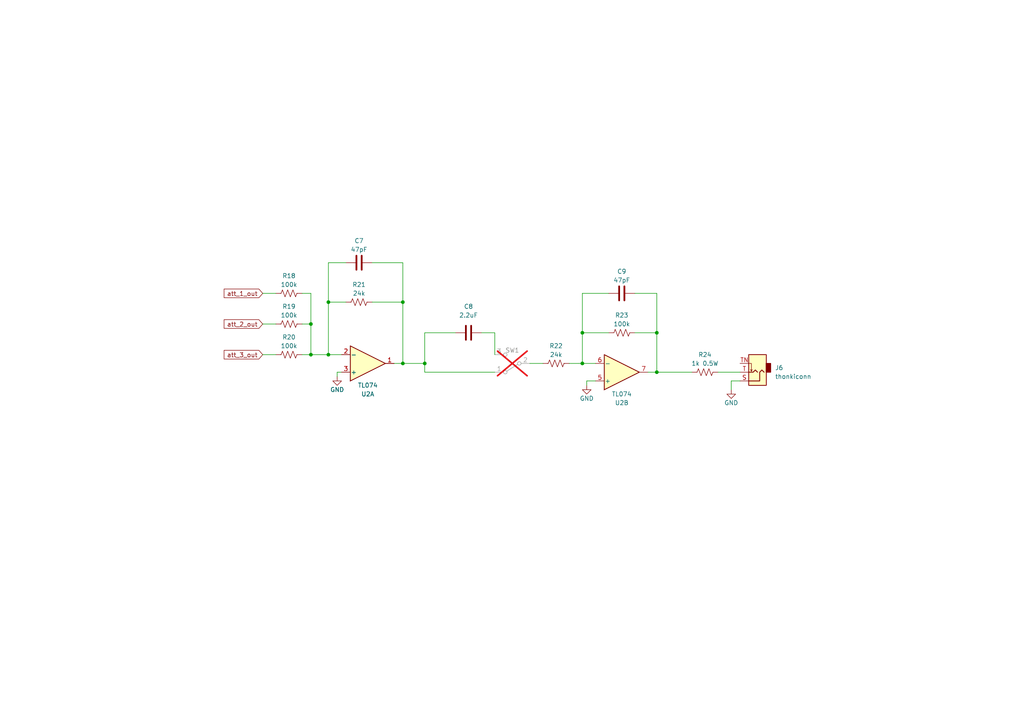
<source format=kicad_sch>
(kicad_sch (version 20231120) (generator "eeschema") (generator_version "8.0")
  (paper "A4")
  (lib_symbols
    (symbol "power:GND" (power) (pin_names (offset 0))
      (property "Value" "GND" (at 0 -3.81 0))
      (symbol "GND_0_1"
        (polyline (pts (xy 0 0) (xy 0 -1.27) (xy 1.27 -1.27) (xy 0 -2.54) (xy -1.27 -1.27) (xy 0 -1.27)))
      )
      (symbol "GND_1_1"
        (pin power_in line (at 0 0 270) (length 0) hide (name "GND") (number "1"))
      )
    )
    (symbol "synth:CAP_2.2UF_FILM" (pin_numbers hide) (pin_names (offset 0.254))
      (property "Reference" "C" (at 0.635 2.54 0))
      (property "Value" "2.2uF" (at 0.635 -2.54 0))
      (symbol "CAP_2.2UF_FILM_0_1"
        (polyline (pts (xy -2.032 -0.762) (xy 2.032 -0.762)) (stroke (width 0.508)))
        (polyline (pts (xy -2.032 0.762) (xy 2.032 0.762)) (stroke (width 0.508)))
      )
      (symbol "CAP_2.2UF_FILM_1_1"
        (pin passive line (at 0 3.81 270) (length 2.794) (name "~") (number "1"))
        (pin passive line (at 0 -3.81 90) (length 2.794) (name "~") (number "2"))
      )
    )
    (symbol "synthesis:CAP_47PF_0603_COG" (pin_numbers hide) (pin_names (offset 0.254))
      (property "Reference" "C" (at 0.635 2.54 0))
      (property "Value" "47pF" (at 0.635 -2.54 0))
      (symbol "CAP_47PF_0603_COG_0_1"
        (polyline (pts (xy -2.032 -0.762) (xy 2.032 -0.762)) (stroke (width 0.508)))
        (polyline (pts (xy -2.032 0.762) (xy 2.032 0.762)) (stroke (width 0.508)))
      )
      (symbol "CAP_47PF_0603_COG_1_1"
        (pin passive line (at 0 3.81 270) (length 2.794) (name "~") (number "1"))
        (pin passive line (at 0 -3.81 90) (length 2.794) (name "~") (number "2"))
      )
    )
    (symbol "synthesis:RES_100k_0603" (pin_numbers hide) (pin_names (offset 0))
      (property "Reference" "R" (at 2.54 0 90))
      (property "Value" "100k" (at -2.54 0 90))
      (symbol "RES_100k_0603_0_1"
        (polyline (pts (xy 0 -2.286) (xy 0 -2.54)))
        (polyline (pts (xy 0 2.286) (xy 0 2.54)))
        (polyline (pts (xy 0 -0.762) (xy 1.016 -1.143) (xy 0 -1.524) (xy -1.016 -1.905) (xy 0 -2.286)))
        (polyline (pts (xy 0 0.762) (xy 1.016 0.381) (xy 0 0) (xy -1.016 -0.381) (xy 0 -0.762)))
        (polyline (pts (xy 0 2.286) (xy 1.016 1.905) (xy 0 1.524) (xy -1.016 1.143) (xy 0 0.762)))
      )
      (symbol "RES_100k_0603_1_1"
        (pin passive line (at 0 3.81 270) (length 1.27) (name "~") (number "1"))
        (pin passive line (at 0 -3.81 90) (length 1.27) (name "~") (number "2"))
      )
    )
    (symbol "synthesis:RES_1K_1210" (pin_numbers hide) (pin_names (offset 0))
      (property "Reference" "R" (at 2.54 0 90))
      (property "Value" "1k 0.5W" (at -2.54 0 90))
      (symbol "RES_1K_1210_0_1"
        (polyline (pts (xy 0 -2.286) (xy 0 -2.54)))
        (polyline (pts (xy 0 2.286) (xy 0 2.54)))
        (polyline (pts (xy 0 -0.762) (xy 1.016 -1.143) (xy 0 -1.524) (xy -1.016 -1.905) (xy 0 -2.286)))
        (polyline (pts (xy 0 0.762) (xy 1.016 0.381) (xy 0 0) (xy -1.016 -0.381) (xy 0 -0.762)))
        (polyline (pts (xy 0 2.286) (xy 1.016 1.905) (xy 0 1.524) (xy -1.016 1.143) (xy 0 0.762)))
      )
      (symbol "RES_1K_1210_1_1"
        (pin passive line (at 0 3.81 270) (length 1.27) (name "~") (number "1"))
        (pin passive line (at 0 -3.81 90) (length 1.27) (name "~") (number "2"))
      )
    )
    (symbol "synthesis:RES_24K_0603" (pin_numbers hide) (pin_names (offset 0))
      (property "Reference" "R" (at 2.54 0 90))
      (property "Value" "24k" (at -2.54 0 90))
      (symbol "RES_24K_0603_0_1"
        (polyline (pts (xy 0 -2.286) (xy 0 -2.54)))
        (polyline (pts (xy 0 2.286) (xy 0 2.54)))
        (polyline (pts (xy 0 -0.762) (xy 1.016 -1.143) (xy 0 -1.524) (xy -1.016 -1.905) (xy 0 -2.286)))
        (polyline (pts (xy 0 0.762) (xy 1.016 0.381) (xy 0 0) (xy -1.016 -0.381) (xy 0 -0.762)))
        (polyline (pts (xy 0 2.286) (xy 1.016 1.905) (xy 0 1.524) (xy -1.016 1.143) (xy 0 0.762)))
      )
      (symbol "RES_24K_0603_1_1"
        (pin passive line (at 0 3.81 270) (length 1.27) (name "~") (number "1"))
        (pin passive line (at 0 -3.81 90) (length 1.27) (name "~") (number "2"))
      )
    )
    (symbol "synthesis:SW_ON_ON_SPDT_MINI" (pin_names (offset 0) hide)
      (property "Reference" "SW" (at 0 4.318 0))
      (symbol "SW_ON_ON_SPDT_MINI_0_0"
        (circle (center -2.032 0) (radius 0.508))
        (circle (center 2.032 -2.54) (radius 0.508))
      )
      (symbol "SW_ON_ON_SPDT_MINI_0_1"
        (polyline (pts (xy -1.524 0.254) (xy 1.651 2.286)))
        (circle (center 2.032 2.54) (radius 0.508))
      )
      (symbol "SW_ON_ON_SPDT_MINI_1_1"
        (pin passive line (at 5.08 2.54 180) (length 2.54) (name "A") (number "1"))
        (pin passive line (at -5.08 0 0) (length 2.54) (name "B") (number "2"))
        (pin passive line (at 5.08 -2.54 180) (length 2.54) (name "C") (number "3"))
      )
    )
    (symbol "synthesis:TL074" (pin_names (offset 0.127))
      (property "Reference" "U" (at 0 5.08 0))
      (property "Value" "TL074" (at 0 -5.08 0))
      (symbol "TL074_1_1"
        (polyline (pts (xy -5.08 5.08) (xy 5.08 0) (xy -5.08 -5.08) (xy -5.08 5.08)) (stroke (width 0.254)) (fill (type background)))
        (pin output line (at 7.62 0 180) (length 2.54) (name "~") (number "1"))
        (pin input line (at -7.62 -2.54 0) (length 2.54) (name "-") (number "2"))
        (pin input line (at -7.62 2.54 0) (length 2.54) (name "+") (number "3"))
      )
      (symbol "TL074_2_1"
        (polyline (pts (xy -5.08 5.08) (xy 5.08 0) (xy -5.08 -5.08) (xy -5.08 5.08)) (stroke (width 0.254)) (fill (type background)))
        (pin input line (at -7.62 2.54 0) (length 2.54) (name "+") (number "5"))
        (pin input line (at -7.62 -2.54 0) (length 2.54) (name "-") (number "6"))
        (pin output line (at 7.62 0 180) (length 2.54) (name "~") (number "7"))
      )
      (symbol "TL074_3_1"
        (polyline (pts (xy -5.08 5.08) (xy 5.08 0) (xy -5.08 -5.08) (xy -5.08 5.08)) (stroke (width 0.254)) (fill (type background)))
        (pin input line (at -7.62 2.54 0) (length 2.54) (name "+") (number "10"))
        (pin output line (at 7.62 0 180) (length 2.54) (name "~") (number "8"))
        (pin input line (at -7.62 -2.54 0) (length 2.54) (name "-") (number "9"))
      )
      (symbol "TL074_4_1"
        (polyline (pts (xy -5.08 5.08) (xy 5.08 0) (xy -5.08 -5.08) (xy -5.08 5.08)) (stroke (width 0.254)) (fill (type background)))
        (pin input line (at -7.62 2.54 0) (length 2.54) (name "+") (number "12"))
        (pin input line (at -7.62 -2.54 0) (length 2.54) (name "-") (number "13"))
        (pin output line (at 7.62 0 180) (length 2.54) (name "~") (number "14"))
      )
      (symbol "TL074_5_1"
        (pin power_in line (at -2.54 -7.62 90) (length 3.81) (name "V-") (number "11"))
        (pin power_in line (at -2.54 7.62 270) (length 3.81) (name "V+") (number "4"))
      )
    )
    (symbol "synthesis:thonkiconn"
      (property "Reference" "J" (at 0 8.89 0))
      (property "Value" "thonkiconn" (at 0 6.35 0))
      (symbol "thonkiconn_0_1"
        (rectangle (start -2.54 0) (end -3.81 -2.54) (stroke (width 0.254)) (fill (type outline)))
        (rectangle (start -2.54 3.81) (end 2.54 -5.08) (stroke (width 0.254)) (fill (type background)))
        (polyline (pts (xy 1.778 -0.254) (xy 2.032 -0.762)))
        (polyline (pts (xy 0 0) (xy 0.635 -0.635) (xy 1.27 0) (xy 2.54 0)) (stroke (width 0.254)))
        (polyline (pts (xy 2.54 -2.54) (xy 1.778 -2.54) (xy 1.778 -0.254) (xy 1.524 -0.762)))
        (polyline (pts (xy 2.54 2.54) (xy -0.635 2.54) (xy -0.635 0) (xy -1.27 -0.635) (xy -1.905 0)) (stroke (width 0.254)))
      )
      (symbol "thonkiconn_1_1"
        (pin passive line (at 5.08 2.54 180) (length 2.54) (name "~") (number "S"))
        (pin passive line (at 5.08 0 180) (length 2.54) (name "~") (number "T"))
        (pin passive line (at 5.08 -2.54 180) (length 2.54) (name "~") (number "TN"))
      )
    )
  )
  (junction (at 123.19 105.41))
  (junction (at 116.84 87.63))
  (junction (at 116.84 105.41))
  (junction (at 190.5 96.52))
  (junction (at 95.25 102.87))
  (junction (at 90.17 102.87))
  (junction (at 190.5 107.95))
  (junction (at 95.25 87.63))
  (junction (at 90.17 93.98))
  (junction (at 168.91 96.52))
  (junction (at 168.91 105.41))
  (wire (pts (xy 76.2 93.98) (xy 80.01 93.98)))
  (wire (pts (xy 87.63 102.87) (xy 90.17 102.87)))
  (wire (pts (xy 153.67 105.41) (xy 157.48 105.41)))
  (wire (pts (xy 76.2 85.09) (xy 80.01 85.09)))
  (wire (pts (xy 190.5 85.09) (xy 190.5 96.52)))
  (wire (pts (xy 168.91 96.52) (xy 168.91 105.41)))
  (wire (pts (xy 212.09 110.49) (xy 214.63 110.49)))
  (wire (pts (xy 123.19 96.52) (xy 132.08 96.52)))
  (wire (pts (xy 95.25 102.87) (xy 95.25 87.63)))
  (wire (pts (xy 123.19 107.95) (xy 123.19 105.41)))
  (wire (pts (xy 95.25 87.63) (xy 100.33 87.63)))
  (wire (pts (xy 208.28 107.95) (xy 214.63 107.95)))
  (wire (pts (xy 116.84 76.2) (xy 116.84 87.63)))
  (wire (pts (xy 116.84 105.41) (xy 123.19 105.41)))
  (wire (pts (xy 176.53 85.09) (xy 168.91 85.09)))
  (wire (pts (xy 100.33 76.2) (xy 95.25 76.2)))
  (wire (pts (xy 212.09 113.03) (xy 212.09 110.49)))
  (wire (pts (xy 184.15 96.52) (xy 190.5 96.52)))
  (wire (pts (xy 90.17 85.09) (xy 90.17 93.98)))
  (wire (pts (xy 87.63 93.98) (xy 90.17 93.98)))
  (wire (pts (xy 190.5 96.52) (xy 190.5 107.95)))
  (wire (pts (xy 168.91 105.41) (xy 172.72 105.41)))
  (wire (pts (xy 170.18 110.49) (xy 172.72 110.49)))
  (wire (pts (xy 95.25 102.87) (xy 99.06 102.87)))
  (wire (pts (xy 90.17 102.87) (xy 95.25 102.87)))
  (wire (pts (xy 143.51 96.52) (xy 143.51 102.87)))
  (wire (pts (xy 190.5 107.95) (xy 187.96 107.95)))
  (wire (pts (xy 90.17 93.98) (xy 90.17 102.87)))
  (wire (pts (xy 143.51 107.95) (xy 123.19 107.95)))
  (wire (pts (xy 107.95 87.63) (xy 116.84 87.63)))
  (wire (pts (xy 190.5 107.95) (xy 200.66 107.95)))
  (wire (pts (xy 184.15 85.09) (xy 190.5 85.09)))
  (wire (pts (xy 123.19 105.41) (xy 123.19 96.52)))
  (wire (pts (xy 168.91 85.09) (xy 168.91 96.52)))
  (wire (pts (xy 97.79 107.95) (xy 99.06 107.95)))
  (wire (pts (xy 76.2 102.87) (xy 80.01 102.87)))
  (wire (pts (xy 107.95 76.2) (xy 116.84 76.2)))
  (wire (pts (xy 139.7 96.52) (xy 143.51 96.52)))
  (wire (pts (xy 97.79 109.22) (xy 97.79 107.95)))
  (wire (pts (xy 176.53 96.52) (xy 168.91 96.52)))
  (wire (pts (xy 87.63 85.09) (xy 90.17 85.09)))
  (wire (pts (xy 95.25 76.2) (xy 95.25 87.63)))
  (wire (pts (xy 170.18 111.76) (xy 170.18 110.49)))
  (wire (pts (xy 116.84 105.41) (xy 114.3 105.41)))
  (wire (pts (xy 116.84 87.63) (xy 116.84 105.41)))
  (wire (pts (xy 165.1 105.41) (xy 168.91 105.41)))
  (global_label "att_1_out" (shape input) (at 76.2 85.09 180) (property "Intersheetrefs" "${INTERSHEET_REFS}" (effects (hide yes))))
  (global_label "att_3_out" (shape input) (at 76.2 102.87 180) (property "Intersheetrefs" "${INTERSHEET_REFS}" (effects (hide yes))))
  (global_label "att_2_out" (shape input) (at 76.2 93.98 180) (property "Intersheetrefs" "${INTERSHEET_REFS}" (effects (hide yes))))
  (symbol (lib_id "power:GND") (at 170.18 111.76 0) (unit 1)
    (property "Reference" "#PWR019" (effects (hide yes)))
    (property "Value" "GND" (at 170.18 115.57 0))
  )
  (symbol (lib_id "synthesis:TL074") (at 180.34 107.95 0) (mirror x) (unit 2)
    (property "Reference" "U2" (at 180.34 116.84 0))
    (property "Value" "TL074" (at 180.34 114.3 0))
    (property "Footprint" "Package_SO:TSSOP-14_4.4x5mm_P0.65mm" (effects (hide yes)))
    (property "Datasheet" "http://www.ti.com/lit/ds/symlink/lm2902-n.pdf" (effects (hide yes)))
    (property "MFR" "TI" (effects (hide yes)))
    (property "MPN" "TL074CPWR" (effects (hide yes)))
    (property "LCSC" "C96507" (effects (hide yes)))
  )
  (symbol (lib_id "synthesis:TL074") (at 106.68 105.41 0) (mirror x) (unit 1)
    (property "Reference" "U2" (at 106.68 114.3 0))
    (property "Value" "TL074" (at 106.68 111.76 0))
    (property "Footprint" "Package_SO:TSSOP-14_4.4x5mm_P0.65mm" (effects (hide yes)))
    (property "Datasheet" "http://www.ti.com/lit/ds/symlink/lm2902-n.pdf" (effects (hide yes)))
    (property "MFR" "TI" (effects (hide yes)))
    (property "MPN" "TL074CPWR" (effects (hide yes)))
    (property "LCSC" "C96507" (effects (hide yes)))
  )
  (symbol (lib_id "synthesis:CAP_47PF_0603_COG") (at 180.34 85.09 90) (unit 1)
    (property "Reference" "C9" (at 180.34 78.74 90))
    (property "Value" "47pF" (at 180.34 81.28 90))
    (property "Footprint" "Capacitor_SMD:C_0603_1608Metric" (effects (hide yes)))
    (property "MFR" "YAGEO" (effects (hide yes)))
    (property "MPN" "CC0603JRNPO9BN470" (effects (hide yes)))
    (property "LCSC" "C105622" (effects (hide yes)))
  )
  (symbol (lib_id "synthesis:RES_100k_0603") (at 83.82 102.87 90) (unit 1)
    (property "Reference" "R20" (at 83.82 97.79 90))
    (property "Value" "100k" (at 83.82 100.33 90))
    (property "Footprint" "Resistor_SMD:R_0603_1608Metric" (effects (hide yes)))
    (property "MFR" "RC0603FR-07100KL" (effects (hide yes)))
    (property "MPN" "RC0603FR-07100KL" (effects (hide yes)))
    (property "LCSC" "C14675" (effects (hide yes)))
  )
  (symbol (lib_id "synth:CAP_2.2UF_FILM") (at 135.89 96.52 90) (unit 1)
    (property "Reference" "C8" (at 135.89 88.9 90))
    (property "Value" "2.2uF" (at 135.89 91.44 90))
    (property "Footprint" "Capacitor_THT:C_Rect_L7.2mm_W4.5mm_P5.00mm_FKS2_FKP2_MKS2_MKP2" (effects (hide yes)))
    (property "Description" "CAP FILM 2.2UF 10% 63VDC RADIAL" (effects (hide yes)))
    (property "MFR" "EPCOS TDK" (effects (hide yes)))
    (property "MPN" "B32529D0225K000" (effects (hide yes)))
    (property "LCSC" "C3780718" (effects (hide yes)))
  )
  (symbol (lib_id "synthesis:RES_24K_0603") (at 104.14 87.63 90) (unit 1)
    (property "Reference" "R21" (at 104.14 82.55 90))
    (property "Value" "24k" (at 104.14 85.09 90))
    (property "Footprint" "Resistor_SMD:R_0603_1608Metric" (effects (hide yes)))
    (property "MFR" "YAGEO" (effects (hide yes)))
    (property "MPN" "RC0603FR-0724KL" (effects (hide yes)))
    (property "LCSC" " C137760" (effects (hide yes)))
  )
  (symbol (lib_id "power:GND") (at 97.79 109.22 0) (unit 1)
    (property "Reference" "#PWR018" (effects (hide yes)))
    (property "Value" "GND" (at 97.79 113.03 0))
  )
  (symbol (lib_id "synthesis:thonkiconn") (at 219.71 107.95 180) (unit 1)
    (property "Reference" "J6" (at 224.79 106.68 0) (effects (justify right)))
    (property "Value" "thonkiconn" (at 224.79 109.22 0) (effects (justify right)))
    (property "Footprint" "synthesis:thonkiconn" (effects (hide yes)))
    (property "MFR" "QINGPU" (effects (hide yes)))
    (property "MPN" "WQP518MA" (effects (hide yes)))
  )
  (symbol (lib_id "synthesis:SW_ON_ON_SPDT_MINI") (at 148.59 105.41 180) (unit 1) (dnp yes)
    (property "Reference" "SW1" (at 148.59 101.6 0))
    (property "Value" "SW_ON_ON_SPDT_MINI" (effects (hide yes)))
    (property "Footprint" "synthesis:Mini_sw" (effects (hide yes)))
    (property "MFR" "DAILYWELL" (effects (hide yes)))
    (property "MPN" "DWB1" (effects (hide yes)))
  )
  (symbol (lib_id "synthesis:RES_1K_1210") (at 204.47 107.95 90) (unit 1)
    (property "Reference" "R24" (at 204.47 102.87 90))
    (property "Value" "1k 0.5W" (at 204.47 105.41 90))
    (property "Footprint" "Resistor_SMD:R_1210_3225Metric" (effects (hide yes)))
    (property "MFR" "YAGEO" (effects (hide yes)))
    (property "MPN" "RC1210FR-071KL" (effects (hide yes)))
    (property "LCSC" "C83144" (effects (hide yes)))
  )
  (symbol (lib_id "synthesis:RES_100k_0603") (at 83.82 85.09 90) (unit 1)
    (property "Reference" "R18" (at 83.82 80.01 90))
    (property "Value" "100k" (at 83.82 82.55 90))
    (property "Footprint" "Resistor_SMD:R_0603_1608Metric" (effects (hide yes)))
    (property "MFR" "RC0603FR-07100KL" (effects (hide yes)))
    (property "MPN" "RC0603FR-07100KL" (effects (hide yes)))
    (property "LCSC" "C14675" (effects (hide yes)))
  )
  (symbol (lib_id "synthesis:CAP_47PF_0603_COG") (at 104.14 76.2 90) (unit 1)
    (property "Reference" "C7" (at 104.14 69.85 90))
    (property "Value" "47pF" (at 104.14 72.39 90))
    (property "Footprint" "Capacitor_SMD:C_0603_1608Metric" (effects (hide yes)))
    (property "MFR" "YAGEO" (effects (hide yes)))
    (property "MPN" "CC0603JRNPO9BN470" (effects (hide yes)))
    (property "LCSC" "C105622" (effects (hide yes)))
  )
  (symbol (lib_id "synthesis:RES_100k_0603") (at 180.34 96.52 90) (unit 1)
    (property "Reference" "R23" (at 180.34 91.44 90))
    (property "Value" "100k" (at 180.34 93.98 90))
    (property "Footprint" "Resistor_SMD:R_0603_1608Metric" (effects (hide yes)))
    (property "MFR" "RC0603FR-07100KL" (effects (hide yes)))
    (property "MPN" "RC0603FR-07100KL" (effects (hide yes)))
    (property "LCSC" "C14675" (effects (hide yes)))
  )
  (symbol (lib_id "synthesis:RES_100k_0603") (at 83.82 93.98 90) (unit 1)
    (property "Reference" "R19" (at 83.82 88.9 90))
    (property "Value" "100k" (at 83.82 91.44 90))
    (property "Footprint" "Resistor_SMD:R_0603_1608Metric" (effects (hide yes)))
    (property "MFR" "RC0603FR-07100KL" (effects (hide yes)))
    (property "MPN" "RC0603FR-07100KL" (effects (hide yes)))
    (property "LCSC" "C14675" (effects (hide yes)))
  )
  (symbol (lib_id "power:GND") (at 212.09 113.03 0) (unit 1)
    (property "Reference" "#PWR020" (effects (hide yes)))
    (property "Value" "GND" (at 212.09 116.84 0))
  )
  (symbol (lib_id "synthesis:RES_24K_0603") (at 161.29 105.41 90) (unit 1)
    (property "Reference" "R22" (at 161.29 100.33 90))
    (property "Value" "24k" (at 161.29 102.87 90))
    (property "Footprint" "Resistor_SMD:R_0603_1608Metric" (effects (hide yes)))
    (property "MFR" "YAGEO" (effects (hide yes)))
    (property "MPN" "RC0603FR-0724KL" (effects (hide yes)))
    (property "LCSC" " C137760" (effects (hide yes)))
  )
)
</source>
